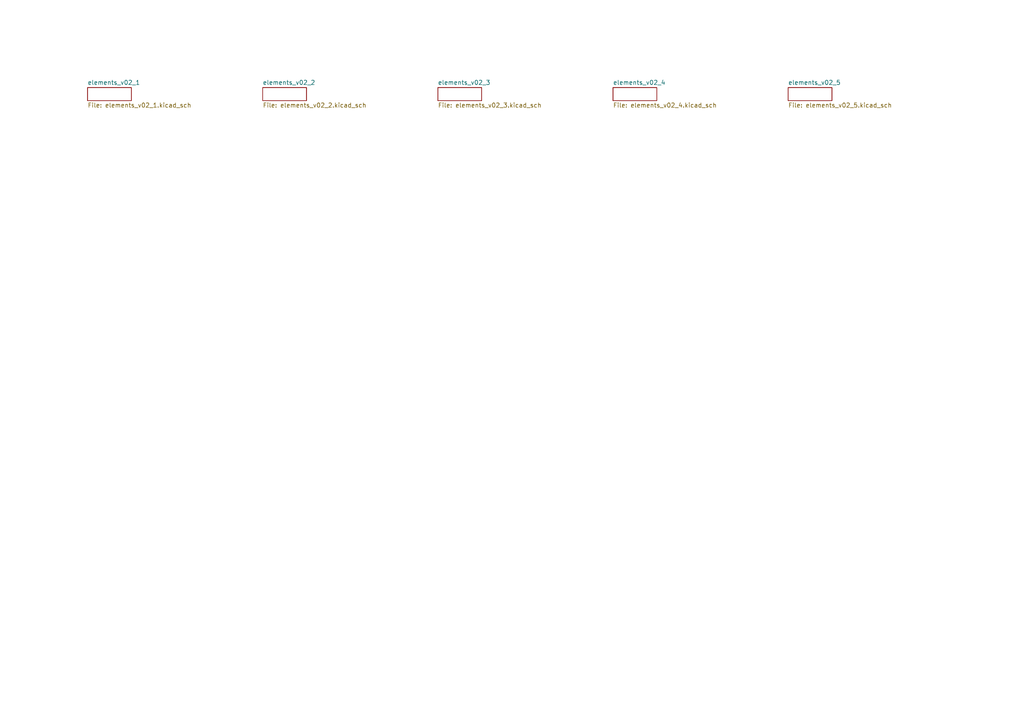
<source format=kicad_sch>
(kicad_sch (version 20211123) (generator eeschema)
  (paper "A4")
  (lib_symbols)
  (sheet (at 76.2 25.4) (size 12.7 3.81)
    (property "Sheet name" "elements_v02_2" (at 76.2 24.6884 0) (effects (justify left bottom)))
    (property "Sheet file" "elements_v02_2.kicad_sch" (at 76.2 29.7946 0) (effects (justify left top)))
  )
  (sheet (at 25.4 25.4) (size 12.7 3.81)
    (property "Sheet name" "elements_v02_1" (at 25.4 24.6884 0) (effects (justify left bottom)))
    (property "Sheet file" "elements_v02_1.kicad_sch" (at 25.4 29.7946 0) (effects (justify left top)))
  )
  (sheet (at 228.6 25.4) (size 12.7 3.81)
    (property "Sheet name" "elements_v02_5" (at 228.6 24.6884 0) (effects (justify left bottom)))
    (property "Sheet file" "elements_v02_5.kicad_sch" (at 228.6 29.7946 0) (effects (justify left top)))
  )
  (sheet (at 177.8 25.4) (size 12.7 3.81)
    (property "Sheet name" "elements_v02_4" (at 177.8 24.6884 0) (effects (justify left bottom)))
    (property "Sheet file" "elements_v02_4.kicad_sch" (at 177.8 29.7946 0) (effects (justify left top)))
  )
  (sheet (at 127 25.4) (size 12.7 3.81)
    (property "Sheet name" "elements_v02_3" (at 127 24.6884 0) (effects (justify left bottom)))
    (property "Sheet file" "elements_v02_3.kicad_sch" (at 127 29.7946 0) (effects (justify left top)))
  )
)
</source>
